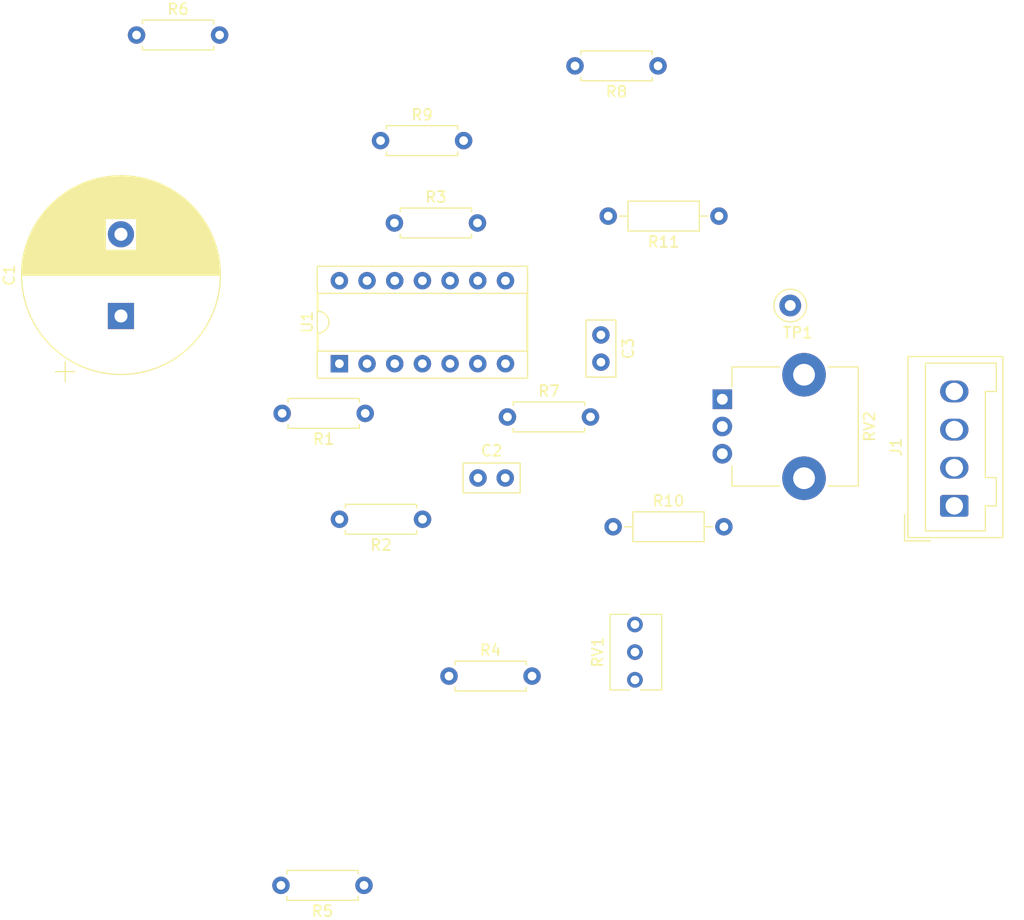
<source format=kicad_pcb>
(kicad_pcb (version 20240108) (generator "pcbnew") (generator_version "8.0")
  (layers (0 "F.Cu" signal) (31 "B.Cu" signal) (34 "B.Paste" user) (35 "F.Paste" user) (36 "B.SilkS" user "B.Silkscreen") (37 "F.SilkS" user "F.Silkscreen") (38 "B.Mask" user) (39 "F.Mask" user) (44 "Edge.Cuts" user))
  (net 0 "")
  (net 1 "+36V")
  (net 2 "GND")
  (net 3 "Net-(U1B--)")
  (net 4 "Net-(U1C--)")
  (net 5 "Net-(U1D-+)")
  (net 6 "Net-(U1B-+)")
  (net 7 "Net-(R4-Pad2)")
  (net 8 "/Virtual Ground")
  (net 9 "Net-(U1C-+)")
  (net 10 "Net-(U1A--)")
  (net 11 "/V_ground")
  (net 12 "Net-(U1D--)")
  (net 13 "Net-(U1A-+)")
  (net 14 "Net-(R7-Pad2)")
  (net 15 "Net-(R10-Pad2)")
  (net 16 "Net-(R11-Pad1)")
  (net 17 "Net-(J1-Pin_2)")
  (footprint "TestPoint:TestPoint_Loop_D2.50mm_Drill1.0mm" (layer "F.Cu") (at 116.33 59.1)
    (property "Reference" "TP1" (at 0.7 2.5 0) (layer "F.SilkS"))
    (property "Value" "TestPoint_Flag")
    (fp_circle (center 0 0) (end 1.5 0) (stroke (width 0.12)) (fill none) (layer "F.SilkS"))
    (pad "1" thru_hole circle (at 0 0) (size 2 2) (drill 1) (layers "*.Cu" "*.Mask") (net 8 "/Virtual Ground"))
  )
  (footprint "Resistor_THT:R_Axial_DIN0207_L6.3mm_D2.5mm_P7.62mm_Horizontal" (layer "F.Cu") (at 80.01 51.52)
    (property "Reference" "R3" (at 3.81 -2.37 0) (layer "F.SilkS"))
    (property "Value" "1K")
    (fp_line (start 0.54 -1.37) (end 7.08 -1.37) (stroke (width 0.12)) (layer "F.SilkS"))
    (fp_line (start 0.54 -1.04) (end 0.54 -1.37) (stroke (width 0.12)) (layer "F.SilkS"))
    (fp_line (start 0.54 1.04) (end 0.54 1.37) (stroke (width 0.12)) (layer "F.SilkS"))
    (fp_line (start 0.54 1.37) (end 7.08 1.37) (stroke (width 0.12)) (layer "F.SilkS"))
    (fp_line (start 7.08 -1.37) (end 7.08 -1.04) (stroke (width 0.12)) (layer "F.SilkS"))
    (fp_line (start 7.08 1.37) (end 7.08 1.04) (stroke (width 0.12)) (layer "F.SilkS"))
    (pad "1" thru_hole circle (at 0 0) (size 1.6 1.6) (drill 0.8) (layers "*.Cu" "*.Mask") (net 13 "Net-(U1A-+)"))
    (pad "2" thru_hole oval (at 7.62 0) (size 1.6 1.6) (drill 0.8) (layers "*.Cu" "*.Mask") (net 2 "GND"))
  )
  (footprint "Potentiometer_THT:Potentiometer_Bourns_3266Y_Vertical" (layer "F.Cu") (at 102.08 88.38 90)
    (property "Reference" "RV1" (at -2.54 -3.41 -90) (layer "F.SilkS"))
    (property "Value" "1K")
    (fp_line (start 0.935 -2.28) (end 0.935 -0.494) (stroke (width 0.12)) (layer "F.SilkS"))
    (fp_line (start -6.015 -2.28) (end 0.935 -2.28) (stroke (width 0.12)) (layer "F.SilkS"))
    (fp_line (start -6.015 -2.28) (end -6.015 -0.494) (stroke (width 0.12)) (layer "F.SilkS"))
    (fp_line (start 0.935 0.496) (end 0.935 2.46) (stroke (width 0.12)) (layer "F.SilkS"))
    (fp_line (start -6.015 0.496) (end -6.015 2.46) (stroke (width 0.12)) (layer "F.SilkS"))
    (fp_line (start -6.015 2.46) (end 0.935 2.46) (stroke (width 0.12)) (layer "F.SilkS"))
    (pad "1" thru_hole circle (at 0 0 90) (size 1.44 1.44) (drill 0.8) (layers "*.Cu" "*.Mask") (net 9 "Net-(U1C-+)"))
    (pad "2" thru_hole circle (at -2.54 0 90) (size 1.44 1.44) (drill 0.8) (layers "*.Cu" "*.Mask") (net 8 "/Virtual Ground"))
    (pad "3" thru_hole circle (at -5.08 0 90) (size 1.44 1.44) (drill 0.8) (layers "*.Cu" "*.Mask") (net 8 "/Virtual Ground"))
  )
  (footprint "Potentiometer_THT:Potentiometer_TT_P0915N" (layer "F.Cu") (at 110.095 67.705 -90)
    (property "Reference" "RV2" (at 2.5 -13.5 90) (layer "F.SilkS"))
    (property "Value" "1K")
    (fp_line (start -1.15 -0.88) (end -2.97 -0.88) (stroke (width 0.12)) (layer "F.SilkS"))
    (fp_line (start 7.97 -0.88) (end 6.15 -0.88) (stroke (width 0.12)) (layer "F.SilkS"))
    (fp_line (start -2.97 -5.25) (end -2.97 -0.88) (stroke (width 0.12)) (layer "F.SilkS"))
    (fp_line (start 7.97 -5.25) (end 7.97 -0.88) (stroke (width 0.12)) (layer "F.SilkS"))
    (fp_line (start -2.97 -12.47) (end -2.97 -9.75) (stroke (width 0.12)) (layer "F.SilkS"))
    (fp_line (start 7.97 -12.47) (end 7.97 -9.75) (stroke (width 0.12)) (layer "F.SilkS"))
    (fp_line (start 7.97 -12.47) (end -2.97 -12.47) (stroke (width 0.12)) (layer "F.SilkS"))
    (pad "" thru_hole oval (at -2.25 -7.5 270) (size 4 4) (drill 2) (layers "*.Cu" "*.Mask"))
    (pad "" thru_hole oval (at 7.25 -7.5 270) (size 4 4) (drill 2) (layers "*.Cu" "*.Mask"))
    (pad "1" thru_hole rect (at 0 0 270) (size 1.8 1.8) (drill 1) (layers "*.Cu" "*.Mask") (net 16 "Net-(R11-Pad1)"))
    (pad "2" thru_hole circle (at 2.5 0 270) (size 1.8 1.8) (drill 1) (layers "*.Cu" "*.Mask") (net 12 "Net-(U1D--)"))
    (pad "3" thru_hole circle (at 5 0 270) (size 1.8 1.8) (drill 1) (layers "*.Cu" "*.Mask") (net 15 "Net-(R10-Pad2)"))
  )
  (footprint "Capacitor_THT:C_Disc_D5.0mm_W2.5mm_P2.50mm" (layer "F.Cu") (at 98.96 61.8 -90)
    (property "Reference" "C3" (at 1.25 -2.5 90) (layer "F.SilkS"))
    (property "Value" "1nF")
    (fp_line (start -1.37 1.37) (end 3.87 1.37) (stroke (width 0.12)) (layer "F.SilkS"))
    (fp_line (start -1.37 -1.37) (end -1.37 1.37) (stroke (width 0.12)) (layer "F.SilkS"))
    (fp_line (start -1.37 -1.37) (end 3.87 -1.37) (stroke (width 0.12)) (layer "F.SilkS"))
    (fp_line (start 3.87 -1.37) (end 3.87 1.37) (stroke (width 0.12)) (layer "F.SilkS"))
    (pad "1" thru_hole circle (at 0 0 270) (size 1.6 1.6) (drill 0.8) (layers "*.Cu" "*.Mask") (net 4 "Net-(U1C--)"))
    (pad "2" thru_hole circle (at 2.5 0 270) (size 1.6 1.6) (drill 0.8) (layers "*.Cu" "*.Mask") (net 5 "Net-(U1D-+)"))
  )
  (footprint "Resistor_THT:R_Axial_DIN0207_L6.3mm_D2.5mm_P10.16mm_Horizontal" (layer "F.Cu") (at 100.08 79.41)
    (property "Reference" "R10" (at 5.08 -2.37 0) (layer "F.SilkS"))
    (property "Value" "100R")
    (fp_line (start 1.04 0) (end 1.81 0) (stroke (width 0.12)) (layer "F.SilkS"))
    (fp_line (start 1.81 -1.37) (end 1.81 1.37) (stroke (width 0.12)) (layer "F.SilkS"))
    (fp_line (start 1.81 1.37) (end 8.35 1.37) (stroke (width 0.12)) (layer "F.SilkS"))
    (fp_line (start 8.35 -1.37) (end 1.81 -1.37) (stroke (width 0.12)) (layer "F.SilkS"))
    (fp_line (start 8.35 1.37) (end 8.35 -1.37) (stroke (width 0.12)) (layer "F.SilkS"))
    (fp_line (start 9.12 0) (end 8.35 0) (stroke (width 0.12)) (layer "F.SilkS"))
    (pad "1" thru_hole circle (at 0 0) (size 1.6 1.6) (drill 0.8) (layers "*.Cu" "*.Mask") (net 1 "+36V"))
    (pad "2" thru_hole oval (at 10.16 0) (size 1.6 1.6) (drill 0.8) (layers "*.Cu" "*.Mask") (net 15 "Net-(R10-Pad2)"))
  )
  (footprint "Resistor_THT:R_Axial_DIN0207_L6.3mm_D2.5mm_P7.62mm_Horizontal" (layer "F.Cu") (at 85.02 93.12)
    (property "Reference" "R4" (at 3.81 -2.37 0) (layer "F.SilkS"))
    (property "Value" "4K7")
    (fp_line (start 0.54 -1.37) (end 7.08 -1.37) (stroke (width 0.12)) (layer "F.SilkS"))
    (fp_line (start 0.54 -1.04) (end 0.54 -1.37) (stroke (width 0.12)) (layer "F.SilkS"))
    (fp_line (start 0.54 1.04) (end 0.54 1.37) (stroke (width 0.12)) (layer "F.SilkS"))
    (fp_line (start 0.54 1.37) (end 7.08 1.37) (stroke (width 0.12)) (layer "F.SilkS"))
    (fp_line (start 7.08 -1.37) (end 7.08 -1.04) (stroke (width 0.12)) (layer "F.SilkS"))
    (fp_line (start 7.08 1.37) (end 7.08 1.04) (stroke (width 0.12)) (layer "F.SilkS"))
    (pad "1" thru_hole circle (at 0 0) (size 1.6 1.6) (drill 0.8) (layers "*.Cu" "*.Mask") (net 6 "Net-(U1B-+)"))
    (pad "2" thru_hole oval (at 7.62 0) (size 1.6 1.6) (drill 0.8) (layers "*.Cu" "*.Mask") (net 7 "Net-(R4-Pad2)"))
  )
  (footprint "Resistor_THT:R_Axial_DIN0207_L6.3mm_D2.5mm_P7.62mm_Horizontal" (layer "F.Cu") (at 78.74 43.96)
    (property "Reference" "R9" (at 3.81 -2.37 0) (layer "F.SilkS"))
    (property "Value" "18K")
    (fp_line (start 0.54 -1.37) (end 7.08 -1.37) (stroke (width 0.12)) (layer "F.SilkS"))
    (fp_line (start 0.54 -1.04) (end 0.54 -1.37) (stroke (width 0.12)) (layer "F.SilkS"))
    (fp_line (start 0.54 1.04) (end 0.54 1.37) (stroke (width 0.12)) (layer "F.SilkS"))
    (fp_line (start 0.54 1.37) (end 7.08 1.37) (stroke (width 0.12)) (layer "F.SilkS"))
    (fp_line (start 7.08 -1.37) (end 7.08 -1.04) (stroke (width 0.12)) (layer "F.SilkS"))
    (fp_line (start 7.08 1.37) (end 7.08 1.04) (stroke (width 0.12)) (layer "F.SilkS"))
    (pad "1" thru_hole circle (at 0 0) (size 1.6 1.6) (drill 0.8) (layers "*.Cu" "*.Mask") (net 1 "+36V"))
    (pad "2" thru_hole oval (at 7.62 0) (size 1.6 1.6) (drill 0.8) (layers "*.Cu" "*.Mask") (net 9 "Net-(U1C-+)"))
  )
  (footprint "Resistor_THT:R_Axial_DIN0207_L6.3mm_D2.5mm_P7.62mm_Horizontal" (layer "F.Cu") (at 56.35 34.27)
    (property "Reference" "R6" (at 3.81 -2.37 0) (layer "F.SilkS"))
    (property "Value" "2K7")
    (fp_line (start 0.54 -1.37) (end 7.08 -1.37) (stroke (width 0.12)) (layer "F.SilkS"))
    (fp_line (start 0.54 -1.04) (end 0.54 -1.37) (stroke (width 0.12)) (layer "F.SilkS"))
    (fp_line (start 0.54 1.04) (end 0.54 1.37) (stroke (width 0.12)) (layer "F.SilkS"))
    (fp_line (start 0.54 1.37) (end 7.08 1.37) (stroke (width 0.12)) (layer "F.SilkS"))
    (fp_line (start 7.08 -1.37) (end 7.08 -1.04) (stroke (width 0.12)) (layer "F.SilkS"))
    (fp_line (start 7.08 1.37) (end 7.08 1.04) (stroke (width 0.12)) (layer "F.SilkS"))
    (pad "1" thru_hole circle (at 0 0) (size 1.6 1.6) (drill 0.8) (layers "*.Cu" "*.Mask") (net 3 "Net-(U1B--)"))
    (pad "2" thru_hole oval (at 7.62 0) (size 1.6 1.6) (drill 0.8) (layers "*.Cu" "*.Mask") (net 7 "Net-(R4-Pad2)"))
  )
  (footprint "Capacitor_THT:CP_Radial_D18.0mm_P7.50mm" (layer "F.Cu") (at 54.92 60.06 90)
    (property "Reference" "C1" (at 3.75 -10.25 -90) (layer "F.SilkS"))
    (property "Value" "C_Polarized")
    (fp_line (start 3.75 -9.081) (end 3.75 9.081) (stroke (width 0.12)) (layer "F.SilkS"))
    (fp_line (start 3.87 -9.08) (end 3.87 9.08) (stroke (width 0.12)) (layer "F.SilkS"))
    (fp_line (start 3.83 -9.08) (end 3.83 9.08) (stroke (width 0.12)) (layer "F.SilkS"))
    (fp_line (start 3.79 -9.08) (end 3.79 9.08) (stroke (width 0.12)) (layer "F.SilkS"))
    (fp_line (start 3.91 -9.079) (end 3.91 9.079) (stroke (width 0.12)) (layer "F.SilkS"))
    (fp_line (start 3.95 -9.078) (end 3.95 9.078) (stroke (width 0.12)) (layer "F.SilkS"))
    (fp_line (start 3.99 -9.077) (end 3.99 9.077) (stroke (width 0.12)) (layer "F.SilkS"))
    (fp_line (start 4.03 -9.076) (end 4.03 9.076) (stroke (width 0.12)) (layer "F.SilkS"))
    (fp_line (start 4.07 -9.075) (end 4.07 9.075) (stroke (width 0.12)) (layer "F.SilkS"))
    (fp_line (start 4.11 -9.073) (end 4.11 9.073) (stroke (width 0.12)) (layer "F.SilkS"))
    (fp_line (start 4.15 -9.072) (end 4.15 9.072) (stroke (width 0.12)) (layer "F.SilkS"))
    (fp_line (start 4.19 -9.07) (end 4.19 9.07) (stroke (width 0.12)) (layer "F.SilkS"))
    (fp_line (start 4.23 -9.068) (end 4.23 9.068) (stroke (width 0.12)) (layer "F.SilkS"))
    (fp_line (start 4.27 -9.066) (end 4.27 9.066) (stroke (width 0.12)) (layer "F.SilkS"))
    (fp_line (start 4.31 -9.063) (end 4.31 9.063) (stroke (width 0.12)) (layer "F.SilkS"))
    (fp_line (start 4.35 -9.061) (end 4.35 9.061) (stroke (width 0.12)) (layer "F.SilkS"))
    (fp_line (start 4.39 -9.058) (end 4.39 9.058) (stroke (width 0.12)) (layer "F.SilkS"))
    (fp_line (start 4.43 -9.055) (end 4.43 9.055) (stroke (width 0.12)) (layer "F.SilkS"))
    (fp_line (start 4.471 -9.052) (end 4.471 9.052) (stroke (width 0.12)) (layer "F.SilkS"))
    (fp_line (start 4.511 -9.049) (end 4.511 9.049) (stroke (width 0.12)) (layer "F.SilkS"))
    (fp_line (start 4.551 -9.045) (end 4.551 9.045) (stroke (width 0.12)) (layer "F.SilkS"))
    (fp_line (start 4.591 -9.042) (end 4.591 9.042) (stroke (width 0.12)) (layer "F.SilkS"))
    (fp_line (start 4.631 -9.038) (end 4.631 9.038) (stroke (width 0.12)) (layer "F.SilkS"))
    (fp_line (start 4.671 -9.034) (end 4.671 9.034) (stroke (width 0.12)) (layer "F.SilkS"))
    (fp_line (start 4.711 -9.03) (end 4.711 9.03) (stroke (width 0.12)) (layer "F.SilkS"))
    (fp_line (start 4.751 -9.026) (end 4.751 9.026) (stroke (width 0.12)) (layer "F.SilkS"))
    (fp_line (start 4.791 -9.021) (end 4.791 9.021) (stroke (width 0.12)) (layer "F.SilkS"))
    (fp_line (start 4.831 -9.016) (end 4.831 9.016) (stroke (width 0.12)) (layer "F.SilkS"))
    (fp_line (start 4.871 -9.011) (end 4.871 9.011) (stroke (width 0.12)) (layer "F.SilkS"))
    (fp_line (start 4.911 -9.006) (end 4.911 9.006) (stroke (width 0.12)) (layer "F.SilkS"))
    (fp_line (start 4.951 -9.001) (end 4.951 9.001) (stroke (width 0.12)) (layer "F.SilkS"))
    (fp_line (start 4.991 -8.996) (end 4.991 8.996) (stroke (width 0.12)) (layer "F.SilkS"))
    (fp_line (start 5.031 -8.99) (end 5.031 8.99) (stroke (width 0.12)) (layer "F.SilkS"))
    (fp_line (start 5.071 -8.984) (end 5.071 8.984) (stroke (width 0.12)) (layer "F.SilkS"))
    (fp_line (start 5.111 -8.979) (end 5.111 8.979) (stroke (width 0.12)) (layer "F.SilkS"))
    (fp_line (start 5.151 -8.972) (end 5.151 8.972) (stroke (width 0.12)) (layer "F.SilkS"))
    (fp_line (start 5.191 -8.966) (end 5.191 8.966) (stroke (width 0.12)) (layer "F.SilkS"))
    (fp_line (start 5.231 -8.96) (end 5.231 8.96) (stroke (width 0.12)) (layer "F.SilkS"))
    (fp_line (start 5.271 -8.953) (end 5.271 8.953) (stroke (width 0.12)) (layer "F.SilkS"))
    (fp_line (start 5.311 -8.946) (end 5.311 8.946) (stroke (width 0.12)) (layer "F.SilkS"))
    (fp_line (start 5.351 -8.939) (end 5.351 8.939) (stroke (width 0.12)) (layer "F.SilkS"))
    (fp_line (start 5.391 -8.932) (end 5.391 8.932) (stroke (width 0.12)) (layer "F.SilkS"))
    (fp_line (start 5.431 -8.924) (end 5.431 8.924) (stroke (width 0.12)) (layer "F.SilkS"))
    (fp_line (start 5.471 -8.917) (end 5.471 8.917) (stroke (width 0.12)) (layer "F.SilkS"))
    (fp_line (start 5.511 -8.909) (end 5.511 8.909) (stroke (width 0.12)) (layer "F.SilkS"))
    (fp_line (start 5.551 -8.901) (end 5.551 8.901) (stroke (width 0.12)) (layer "F.SilkS"))
    (fp_line (start 5.591 -8.893) (end 5.591 8.893) (stroke (width 0.12)) (layer "F.SilkS"))
    (fp_line (start 5.631 -8.885) (end 5.631 8.885) (stroke (width 0.12)) (layer "F.SilkS"))
    (fp_line (start 5.671 -8.876) (end 5.671 8.876) (stroke (width 0.12)) (layer "F.SilkS"))
    (fp_line (start 5.711 -8.867) (end 5.711 8.867) (stroke (width 0.12)) (layer "F.SilkS"))
    (fp_line (start 5.751 -8.858) (end 5.751 8.858) (stroke (width 0.12)) (layer "F.SilkS"))
    (fp_line (start 5.791 -8.849) (end 5.791 8.849) (stroke (width 0.12)) (layer "F.SilkS"))
    (fp_line (start 5.831 -8.84) (end 5.831 8.84) (stroke (width 0.12)) (layer "F.SilkS"))
    (fp_line (start 5.871 -8.831) (end 5.871 8.831) (stroke (width 0.12)) (layer "F.SilkS"))
    (fp_line (start 5.911 -8.821) (end 5.911 8.821) (stroke (width 0.12)) (layer "F.SilkS"))
    (fp_line (start 5.951 -8.811) (end 5.951 8.811) (stroke (width 0.12)) (layer "F.SilkS"))
    (fp_line (start 5.991 -8.801) (end 5.991 8.801) (stroke (width 0.12)) (layer "F.SilkS"))
    (fp_line (start 6.031 -8.791) (end 6.031 8.791) (stroke (width 0.12)) (layer "F.SilkS"))
    (fp_line (start 6.071 -8.78) (end 6.071 -1.44) (stroke (width 0.12)) (layer "F.SilkS"))
    (fp_line (start 6.111 -8.77) (end 6.111 -1.44) (stroke (width 0.12)) (layer "F.SilkS"))
    (fp_line (start 6.151 -8.759) (end 6.151 -1.44) (stroke (width 0.12)) (layer "F.SilkS"))
    (fp_line (start 6.191 -8.748) (end 6.191 -1.44) (stroke (width 0.12)) (layer "F.SilkS"))
    (fp_line (start 6.231 -8.737) (end 6.231 -1.44) (stroke (width 0.12)) (layer "F.SilkS"))
    (fp_line (start 6.271 -8.725) (end 6.271 -1.44) (stroke (width 0.12)) (layer "F.SilkS"))
    (fp_line (start 6.311 -8.714) (end 6.311 -1.44) (stroke (width 0.12)) (layer "F.SilkS"))
    (fp_line (start 6.351 -8.702) (end 6.351 -1.44) (stroke (width 0.12)) (layer "F.SilkS"))
    (fp_line (start 6.391 -8.69) (end 6.391 -1.44) (stroke (width 0.12)) (layer "F.SilkS"))
    (fp_line (start 6.431 -8.678) (end 6.431 -1.44) (stroke (width 0.12)) (layer "F.SilkS"))
    (fp_line (start 6.471 -8.665) (end 6.471 -1.44) (stroke (width 0.12)) (layer "F.SilkS"))
    (fp_line (start 6.511 -8.653) (end 6.511 -1.44) (stroke (width 0.12)) (layer "F.SilkS"))
    (fp_line (start 6.551 -8.64) (end 6.551 -1.44) (stroke (width 0.12)) (layer "F.SilkS"))
    (fp_line (start 6.591 -8.627) (end 6.591 -1.44) (stroke (width 0.12)) (layer "F.SilkS"))
    (fp_line (start 6.631 -8.614) (end 6.631 -1.44) (stroke (width 0.12)) (layer "F.SilkS"))
    (fp_line (start 6.671 -8.6) (end 6.671 -1.44) (stroke (width 0.12)) (layer "F.SilkS"))
    (fp_line (start 6.711 -8.587) (end 6.711 -1.44) (stroke (width 0.12)) (layer "F.SilkS"))
    (fp_line (start 6.751 -8.573) (end 6.751 -1.44) (stroke (width 0.12)) (layer "F.SilkS"))
    (fp_line (start 6.791 -8.559) (end 6.791 -1.44) (stroke (width 0.12)) (layer "F.SilkS"))
    (fp_line (start 6.831 -8.545) (end 6.831 -1.44) (stroke (width 0.12)) (layer "F.SilkS"))
    (fp_line (start 6.871 -8.53) (end 6.871 -1.44) (stroke (width 0.12)) (layer "F.SilkS"))
    (fp_line (start 6.911 -8.516) (end 6.911 -1.44) (stroke (width 0.12)) (layer "F.SilkS"))
    (fp_line (start 6.951 -8.501) (end 6.951 -1.44) (stroke (width 0.12)) (layer "F.SilkS"))
    (fp_line (start 6.991 -8.486) (end 6.991 -1.44) (stroke (width 0.12)) (layer "F.SilkS"))
    (fp_line (start 7.031 -8.47) (end 7.031 -1.44) (stroke (width 0.12)) (layer "F.SilkS"))
    (fp_line (start 7.071 -8.455) (end 7.071 -1.44) (stroke (width 0.12)) (layer "F.SilkS"))
    (fp_line (start 7.111 -8.439) (end 7.111 -1.44) (stroke (width 0.12)) (layer "F.SilkS"))
    (fp_line (start 7.151 -8.423) (end 7.151 -1.44) (stroke (width 0.12)) (layer "F.SilkS"))
    (fp_line (start 7.191 -8.407) (end 7.191 -1.44) (stroke (width 0.12)) (layer "F.SilkS"))
    (fp_line (start 7.231 -8.39) (end 7.231 -1.44) (stroke (width 0.12)) (layer "F.SilkS"))
    (fp_line (start 7.271 -8.374) (end 7.271 -1.44) (stroke (width 0.12)) (layer "F.SilkS"))
    (fp_line (start 7.311 -8.357) (end 7.311 -1.44) (stroke (width 0.12)) (layer "F.SilkS"))
    (fp_line (start 7.351 -8.34) (end 7.351 -1.44) (stroke (width 0.12)) (layer "F.SilkS"))
    (fp_line (start 7.391 -8.323) (end 7.391 -1.44) (stroke (width 0.12)) (layer "F.SilkS"))
    (fp_line (start 7.431 -8.305) (end 7.431 -1.44) (stroke (width 0.12)) (layer "F.SilkS"))
    (fp_line (start 7.471 -8.287) (end 7.471 -1.44) (stroke (width 0.12)) (layer "F.SilkS"))
    (fp_line (start 7.511 -8.269) (end 7.511 -1.44) (stroke (width 0.12)) (layer "F.SilkS"))
    (fp_line (start 7.551 -8.251) (end 7.551 -1.44) (stroke (width 0.12)) (layer "F.SilkS"))
    (fp_line (start 7.591 -8.233) (end 7.591 -1.44) (stroke (width 0.12)) (layer "F.SilkS"))
    (fp_line (start 7.631 -8.214) (end 7.631 -1.44) (stroke (width 0.12)) (layer "F.SilkS"))
    (fp_line (start 7.671 -8.195) (end 7.671 -1.44) (stroke (width 0.12)) (layer "F.SilkS"))
    (fp_line (start 7.711 -8.176) (end 7.711 -1.44) (stroke (width 0.12)) (layer "F.SilkS"))
    (fp_line (start 7.751 -8.156) (end 7.751 -1.44) (stroke (width 0.12)) (layer "F.SilkS"))
    (fp_line (start 7.791 -8.137) (end 7.791 -1.44) (stroke (width 0.12)) (layer "F.SilkS"))
    (fp_line (start 7.831 -8.117) (end 7.831 -1.44) (stroke (width 0.12)) (layer "F.SilkS"))
    (fp_line (start 7.871 -8.097) (end 7.871 -1.44) (stroke (width 0.12)) (layer "F.SilkS"))
    (fp_line (start 7.911 -8.076) (end 7.911 -1.44) (stroke (width 0.12)) (layer "F.SilkS"))
    (fp_line (start 7.951 -8.056) (end 7.951 -1.44) (stroke (width 0.12)) (layer "F.SilkS"))
    (fp_line (start 7.991 -8.035) (end 7.991 -1.44) (stroke (width 0.12)) (layer "F.SilkS"))
    (fp_line (start 8.031 -8.014) (end 8.031 -1.44) (stroke (width 0.12)) (layer "F.SilkS"))
    (fp_line (start 8.071 -7.992) (end 8.071 -1.44) (stroke (width 0.12)) (layer "F.SilkS"))
    (fp_line (start 8.111 -7.971) (end 8.111 -1.44) (stroke (width 0.12)) (layer "F.SilkS"))
    (fp_line (start 8.151 -7.949) (end 8.151 -1.44) (stroke (width 0.12)) (layer "F.SilkS"))
    (fp_line (start 8.191 -7.927) (end 8.191 -1.44) (stroke (width 0.12)) (layer "F.SilkS"))
    (fp_line (start 8.231 -7.904) (end 8.231 -1.44) (stroke (width 0.12)) (layer "F.SilkS"))
    (fp_line (start 8.271 -7.882) (end 8.271 -1.44) (stroke (width 0.12)) (layer "F.SilkS"))
    (fp_line (start 8.311 -7.859) (end 8.311 -1.44) (stroke (width 0.12)) (layer "F.SilkS"))
    (fp_line (start 8.351 -7.835) (end 8.351 -1.44) (stroke (width 0.12)) (layer "F.SilkS"))
    (fp_line (start 8.391 -7.812) (end 8.391 -1.44) (stroke (width 0.12)) (layer "F.SilkS"))
    (fp_line (start 8.431 -7.788) (end 8.431 -1.44) (stroke (width 0.12)) (layer "F.SilkS"))
    (fp_line (start 8.471 -7.764) (end 8.471 -1.44) (stroke (width 0.12)) (layer "F.SilkS"))
    (fp_line (start 8.511 -7.74) (end 8.511 -1.44) (stroke (width 0.12)) (layer "F.SilkS"))
    (fp_line (start 8.551 -7.715) (end 8.551 -1.44) (stroke (width 0.12)) (layer "F.SilkS"))
    (fp_line (start 8.591 -7.69) (end 8.591 -1.44) (stroke (width 0.12)) (layer "F.SilkS"))
    (fp_line (start 8.631 -7.665) (end 8.631 -1.44) (stroke (width 0.12)) (layer "F.SilkS"))
    (fp_line (start 8.671 -7.64) (end 8.671 -1.44) (stroke (width 0.12)) (layer "F.SilkS"))
    (fp_line (start 8.711 -7.614) (end 8.711 -1.44) (stroke (width 0.12)) (layer "F.SilkS"))
    (fp_line (start 8.751 -7.588) (end 8.751 -1.44) (stroke (width 0.12)) (layer "F.SilkS"))
    (fp_line (start 8.791 -7.561) (end 8.791 -1.44) (stroke (width 0.12)) (layer "F.SilkS"))
    (fp_line (start 8.831 -7.535) (end 8.831 -1.44) (stroke (width 0.12)) (layer "F.SilkS"))
    (fp_line (start 8.871 -7.508) (end 8.871 -1.44) (stroke (width 0.12)) (layer "F.SilkS"))
    (fp_line (start 8.911 -7.48) (end 8.911 -1.44) (stroke (width 0.12)) (layer "F.SilkS"))
    (fp_line (start 8.951 -7.453) (end 8.951 7.453) (stroke (width 0.12)) (layer "F.SilkS"))
    (fp_line (start 8.991 -7.425) (end 8.991 7.425) (stroke (width 0.12)) (layer "F.SilkS"))
    (fp_line (start 9.031 -7.397) (end 9.031 7.397) (stroke (width 0.12)) (layer "F.SilkS"))
    (fp_line (start 9.071 -7.368) (end 9.071 7.368) (stroke (width 0.12)) (layer "F.SilkS"))
    (fp_line (start 9.111 -7.339) (end 9.111 7.339) (stroke (width 0.12)) (layer "F.SilkS"))
    (fp_line (start 9.151 -7.31) (end 9.151 7.31) (stroke (width 0.12)) (layer "F.SilkS"))
    (fp_line (start 9.191 -7.28) (end 9.191 7.28) (stroke (width 0.12)) (layer "F.SilkS"))
    (fp_line (start 9.231 -7.25) (end 9.231 7.25) (stroke (width 0.12)) (layer "F.SilkS"))
    (fp_line (start 9.271 -7.22) (end 9.271 7.22) (stroke (width 0.12)) (layer "F.SilkS"))
    (fp_line (start 9.311 -7.19) (end 9.311 7.19) (stroke (width 0.12)) (layer "F.SilkS"))
    (fp_line (start 9.351 -7.159) (end 9.351 7.159) (stroke (width 0.12)) (layer "F.SilkS"))
    (fp_line (start 9.391 -7.127) (end 9.391 7.127) (stroke (width 0.12)) (layer "F.SilkS"))
    (fp_line (start 9.431 -7.096) (end 9.431 7.096) (stroke (width 0.12)) (layer "F.SilkS"))
    (fp_line (start 9.471 -7.064) (end 9.471 7.064) (stroke (width 0.12)) (layer "F.SilkS"))
    (fp_line (start 9.511 -7.031) (end 9.511 7.031) (stroke (width 0.12)) (layer "F.SilkS"))
    (fp_line (start 9.551 -6.999) (end 9.551 6.999) (stroke (width 0.12)) (layer "F.SilkS"))
    (fp_line (start 9.591 -6.965) (end 9.591 6.965) (stroke (width 0.12)) (layer "F.SilkS"))
    (fp_line (start 9.631 -6.932) (end 9.631 6.932) (stroke (width 0.12)) (layer "F.SilkS"))
    (fp_line (start 9.671 -6.898) (end 9.671 6.898) (stroke (width 0.12)) (layer "F.SilkS"))
    (fp_line (start 9.711 -6.864) (end 9.711 6.864) (stroke (width 0.12)) (layer "F.SilkS"))
    (fp_line (start 9.751 -6.829) (end 9.751 6.829) (stroke (width 0.12)) (layer "F.SilkS"))
    (fp_line (start 9.791 -6.794) (end 9.791 6.794) (stroke (width 0.12)) (layer "F.SilkS"))
    (fp_line (start 9.831 -6.758) (end 9.831 6.758) (stroke (width 0.12)) (layer "F.SilkS"))
    (fp_line (start 9.871 -6.722) (end 9.871 6.722) (stroke (width 0.12)) (layer "F.SilkS"))
    (fp_line (start 9.911 -6.686) (end 9.911 6.686) (stroke (width 0.12)) (layer "F.SilkS"))
    (fp_line (start 9.951 -6.649) (end 9.951 6.649) (stroke (width 0.12)) (layer "F.SilkS"))
    (fp_line (start 9.991 -6.612) (end 9.991 6.612) (stroke (width 0.12)) (layer "F.SilkS"))
    (fp_line (start 10.031 -6.574) (end 10.031 6.574) (stroke (width 0.12)) (layer "F.SilkS"))
    (fp_line (start 10.071 -6.536) (end 10.071 6.536) (stroke (width 0.12)) (layer "F.SilkS"))
    (fp_line (start 10.111 -6.497) (end 10.111 6.497) (stroke (width 0.12)) (layer "F.SilkS"))
    (fp_line (start 10.151 -6.458) (end 10.151 6.458) (stroke (width 0.12)) (layer "F.SilkS"))
    (fp_line (start 10.191 -6.418) (end 10.191 6.418) (stroke (width 0.12)) (layer "F.SilkS"))
    (fp_line (start 10.231 -6.378) (end 10.231 6.378) (stroke (width 0.12)) (layer "F.SilkS"))
    (fp_line (start 10.271 -6.337) (end 10.271 6.337) (stroke (width 0.12)) (layer "F.SilkS"))
    (fp_line (start 10.311 -6.296) (end 10.311 6.296) (stroke (width 0.12)) (layer "F.SilkS"))
    (fp_line (start 10.351 -6.254) (end 10.351 6.254) (stroke (width 0.12)) (layer "F.SilkS"))
    (fp_line (start 10.391 -6.212) (end 10.391 6.212) (stroke (width 0.12)) (layer "F.SilkS"))
    (fp_line (start 10.431 -6.17) (end 10.431 6.17) (stroke (width 0.12)) (layer "F.SilkS"))
    (fp_line (start 10.471 -6.126) (end 10.471 6.126) (stroke (width 0.12)) (layer "F.SilkS"))
    (fp_line (start 10.511 -6.082) (end 10.511 6.082) (stroke (width 0.12)) (layer "F.SilkS"))
    (fp_line (start 10.551 -6.038) (end 10.551 6.038) (stroke (width 0.12)) (layer "F.SilkS"))
    (fp_line (start -5.10944 -6.015) (end -5.10944 -4.215) (stroke (width 0.12)) (layer "F.SilkS"))
    (fp_line (start 10.591 -5.993) (end 10.591 5.993) (stroke (width 0.12)) (layer "F.SilkS"))
    (fp_line (start 10.631 -5.947) (end 10.631 5.947) (stroke (width 0.12)) (layer "F.SilkS"))
    (fp_line (start 10.671 -5.901) (end 10.671 5.901) (stroke (width 0.12)) (layer "F.SilkS"))
    (fp_line (start 10.711 -5.854) (end 10.711 5.854) (stroke (width 0.12)) (layer "F.SilkS"))
    (fp_line (start 10.751 -5.806) (end 10.751 5.806) (stroke (width 0.12)) (layer "F.SilkS"))
    (fp_line (start 10.791 -5.758) (end 10.791 5.758) (stroke (width 0.12)) (layer "F.SilkS"))
    (fp_line (start 10.831 -5.709) (end 10.831 5.709) (stroke (width 0.12)) (layer "F.SilkS"))
    (fp_line (start 10.871 -5.66) (end 10.871 5.66) (stroke (width 0.12)) (layer "F.SilkS"))
    (fp_line (start 10.911 -5.609) (end 10.911 5.609) (stroke (width 0.12)) (layer "F.SilkS"))
    (fp_line (start 10.951 -5.558) (end 10.951 5.558) (stroke (width 0.12)) (layer "F.SilkS"))
    (fp_line (start 10.991 -5.506) (end 10.991 5.506) (stroke (width 0.12)) (layer "F.SilkS"))
    (fp_line (start 11.031 -5.454) (end 11.031 5.454) (stroke (width 0.12)) (layer "F.SilkS"))
    (fp_line (start 11.071 -5.4) (end 11.071 5.4) (stroke (width 0.12)) (layer "F.SilkS"))
    (fp_line (start 11.111 -5.346) (end 11.111 5.346) (stroke (width 0.12)) (layer "F.SilkS"))
    (fp_line (start 11.151 -5.291) (end 11.151 5.291) (stroke (width 0.12)) (layer "F.SilkS"))
    (fp_line (start 11.191 -5.235) (end 11.191 5.235) (stroke (width 0.12)) (layer "F.SilkS"))
    (fp_line (start 11.231 -5.178) (end 11.231 5.178) (stroke (width 0.12)) (layer "F.SilkS"))
    (fp_line (start 11.271 -5.12) (end 11.271 5.12) (stroke (width 0.12)) (layer "F.SilkS"))
    (fp_line (start -6.00944 -5.115) (end -4.20944 -5.115) (stroke (width 0.12)) (layer "F.SilkS"))
    (fp_line (start 11.311 -5.062) (end 11.311 5.062) (stroke (width 0.12)) (layer "F.SilkS"))
    (fp_line (start 11.351 -5.002) (end 11.351 5.002) (stroke (width 0.12)) (layer "F.SilkS"))
    (fp_line (start 11.391 -4.941) (end 11.391 4.941) (stroke (width 0.12)) (layer "F.SilkS"))
    (fp_line (start 11.431 -4.879) (end 11.431 4.879) (stroke (width 0.12)) (layer "F.SilkS"))
    (fp_line (start 11.471 -4.816) (end 11.471 4.816) (stroke (width 0.12)) (layer "F.SilkS"))
    (fp_line (start 11.511 -4.752) (end 11.511 4.752) (stroke (width 0.12)) (layer "F.SilkS"))
    (fp_line (start 11.551 -4.686) (end 11.551 4.686) (stroke (width 0.12)) (layer "F.SilkS"))
    (fp_line (start 11.591 -4.62) (end 11.591 4.62) (stroke (width 0.12)) (layer "F.SilkS"))
    (fp_line (start 11.631 -4.552) (end 11.631 4.552) (stroke (width 0.12)) (layer "F.SilkS"))
    (fp_line (start 11.671 -4.482) (end 11.671 4.482) (stroke (width 0.12)) (layer "F.SilkS"))
    (fp_line (start 11.711 -4.412) (end 11.711 4.412) (stroke (width 0.12)) (layer "F.SilkS"))
    (fp_line (start 11.751 -4.339) (end 11.751 4.339) (stroke (width 0.12)) (layer "F.SilkS"))
    (fp_line (start 11.791 -4.265) (end 11.791 4.265) (stroke (width 0.12)) (layer "F.SilkS"))
    (fp_line (start 11.831 -4.19) (end 11.831 4.19) (stroke (width 0.12)) (layer "F.SilkS"))
    (fp_line (start 11.871 -4.113) (end 11.871 4.113) (stroke (width 0.12)) (layer "F.SilkS"))
    (fp_line (start 11.911 -4.033) (end 11.911 4.033) (stroke (width 0.12)) (layer "F.SilkS"))
    (fp_line (start 11.95 -3.952) (end 11.95 3.952) (stroke (width 0.12)) (layer "F.SilkS"))
    (fp_line (start 11.99 -3.869) (end 11.99 3.869) (stroke (width 0.12)) (layer "F.SilkS"))
    (fp_line (start 12.03 -3.784) (end 12.03 3.784) (stroke (width 0.12)) (layer "F.SilkS"))
    (fp_line (start 12.07 -3.696) (end 12.07 3.696) (stroke (width 0.12)) (layer "F.SilkS"))
    (fp_line (start 12.11 -3.605) (end 12.11 3.605) (stroke (width 0.12)) (layer "F.SilkS"))
    (fp_line (start 12.15 -3.512) (end 12.15 3.512) (stroke (width 0.12)) (layer "F.SilkS"))
    (fp_line (start 12.19 -3.416) (end 12.19 3.416) (stroke (width 0.12)) (layer "F.SilkS"))
    (fp_line (start 12.23 -3.317) (end 12.23 3.317) (stroke (width 0.12)) (layer "F.SilkS"))
    (fp_line (start 12.27 -3.214) (end 12.27 3.214) (stroke (width 0.12)) (layer "F.SilkS"))
    (fp_line (start 12.31 -3.107) (end 12.31 3.107) (stroke (width 0.12)) (layer "F.SilkS"))
    (fp_line (start 12.35 -2.996) (end 12.35 2.996) (stroke (width 0.12)) (layer "F.SilkS"))
    (fp_line (start 12.39 -2.88) (end 12.39 2.88) (stroke (width 0.12)) (layer "F.SilkS"))
    (fp_line (start 12.43 -2.759) (end 12.43 2.759) (stroke (width 0.12)) (layer "F.SilkS"))
    (fp_line (start 12.47 -2.632) (end 12.47 2.632) (stroke (width 0.12)) (layer "F.SilkS"))
    (fp_line (start 12.51 -2.498) (end 12.51 2.498) (stroke (width 0.12)) (layer "F.SilkS"))
    (fp_line (start 12.55 -2.355) (end 12.55 2.355) (stroke (width 0.12)) (layer "F.SilkS"))
    (fp_line (start 12.59 -2.203) (end 12.59 2.203) (stroke (width 0.12)) (layer "F.SilkS"))
    (fp_line (start 12.63 -2.039) (end 12.63 2.039) (stroke (width 0.12)) (layer "F.SilkS"))
    (fp_line (start 12.67 -1.86) (end 12.67 1.86) (stroke (width 0.12)) (layer "F.SilkS"))
    (fp_line (start 12.71 -1.661) (end 12.71 1.661) (stroke (width 0.12)) (layer "F.SilkS"))
    (fp_line (start 12.75 -1.435) (end 12.75 1.435) (stroke (width 0.12)) (layer "F.SilkS"))
    (fp_line (start 12.79 -1.166) (end 12.79 1.166) (stroke (width 0.12)) (layer "F.SilkS"))
    (fp_line (start 12.83 -0.814) (end 12.83 0.814) (stroke (width 0.12)) (layer "F.SilkS"))
    (fp_line (start 12.87 -0.04) (end 12.87 0.04) (stroke (width 0.12)) (layer "F.SilkS"))
    (fp_line (start 8.911 1.44) (end 8.911 7.48) (stroke (width 0.12)) (layer "F.SilkS"))
    (fp_line (start 8.871 1.44) (end 8.871 7.508) (stroke (width 0.12)) (layer "F.SilkS"))
    (fp_line (start 8.831 1.44) (end 8.831 7.535) (stroke (width 0.12)) (layer "F.SilkS"))
    (fp_line (start 8.791 1.44) (end 8.791 7.561) (stroke (width 0.12)) (layer "F.SilkS"))
    (fp_line (start 8.751 1.44) (end 8.751 7.588) (stroke (width 0.12)) (layer "F.SilkS"))
    (fp_line (start 8.711 1.44) (end 8.711 7.614) (stroke (width 0.12)) (layer "F.SilkS"))
    (fp_line (start 8.671 1.44) (end 8.671 7.64) (stroke (width 0.12)) (layer "F.SilkS"))
    (fp_line (start 8.631 1.44) (end 8.631 7.665) (stroke (width 0.12)) (layer "F.SilkS"))
    (fp_line (start 8.591 1.44) (end 8.591 7.69) (stroke (width 0.12)) (layer "F.SilkS"))
    (fp_line (start 8.551 1.44) (end 8.551 7.715) (stroke (width 0.12)) (layer "F.SilkS"))
    (fp_line (start 8.511 1.44) (end 8.511 7.74) (stroke (width 0.12)) (layer "F.SilkS"))
    (fp_line (start 8.471 1.44) (end 8.471 7.764) (stroke (width 0.12)) (layer "F.SilkS"))
    (fp_line (start 8.431 1.44) (end 8.431 7.788) (stroke (width 0.12)) (layer "F.SilkS"))
    (fp_line (start 8.391 1.44) (end 8.391 7.812) (stroke (width 0.12)) (layer "F.SilkS"))
    (fp_line (start 8.351 1.44) (end 8.351 7.835) (stroke (width 0.12)) (layer "F.SilkS"))
    (fp_line (start 8.311 1.44) (end 8.311 7.859) (stroke (width 0.12)) (layer "F.SilkS"))
    (fp_line (start 8.271 1.44) (end 8.271 7.882) (stroke (width 0.12)) (layer "F.SilkS"))
    (fp_line (start 8.231 1.44) (end 8.231 7.904) (stroke (width 0.12)) (layer "F.SilkS"))
    (fp_line (start 8.191 1.44) (end 8.191 7.927) (stroke (width 0.12)) (layer "F.SilkS"))
    (fp_line (start 8.151 1.44) (end 8.151 7.949) (stroke (width 0.12)) (layer "F.SilkS"))
    (fp_line (start 8.111 1.44) (end 8.111 7.971) (stroke (width 0.12)) (layer "F.SilkS"))
    (fp_line (start 8.071 1.44) (end 8.071 7.992) (stroke (width 0.12)) (layer "F.SilkS"))
    (fp_line (start 8.031 1.44) (end 8.031 8.014) (stroke (width 0.12)) (layer "F.SilkS"))
    (fp_line (start 7.991 1.44) (end 7.991 8.035) (stroke (width 0.12)) (layer "F.SilkS"))
    (fp_line (start 7.951 1.44) (end 7.951 8.056) (stroke (width 0.12)) (layer "F.SilkS"))
    (fp_line (start 7.911 1.44) (end 7.911 8.076) (stroke (width 0.12)) (layer "F.SilkS"))
    (fp_line (start 7.871 1.44) (end 7.871 8.097) (stroke (width 0.12)) (layer "F.SilkS"))
    (fp_line (start 7.831 1.44) (end 7.831 8.117) (stroke (width 0.12)) (layer "F.SilkS"))
    (fp_line (start 7.791 1.44) (end 7.791 8.137) (stroke (width 0.12)) (layer "F.SilkS"))
    (fp_line (start 7.751 1.44) (end 7.751 8.156) (stroke (width 0.12)) (layer "F.SilkS"))
    (fp_line (start 7.711 1.44) (end 7.711 8.176) (stroke (width 0.12)) (layer "F.SilkS"))
    (fp_line (start 7.671 1.44) (end 7.671 8.195) (stroke (width 0.12)) (layer "F.SilkS"))
    (fp_line (start 7.631 1.44) (end 7.631 8.214) (stroke (width 0.12)) (layer "F.SilkS"))
    (fp_line (start 7.591 1.44) (end 7.591 8.233) (stroke (width 0.12)) (layer "F.SilkS"))
    (fp_line (start 7.551 1.44) (end 7.551 8.251) (stroke (width 0.12)) (layer "F.SilkS"))
    (fp_line (start 7.511 1.44) (end 7.511 8.269) (stroke (width 0.12)) (layer "F.SilkS"))
    (fp_line (start 7.471 1.44) (end 7.471 8.287) (stroke (width 0.12)) (layer "F.SilkS"))
    (fp_line (start 7.431 1.44) (end 7.431 8.305) (stroke (width 0.12)) (layer "F.SilkS"))
    (fp_line (start 7.391 1.44) (end 7.391 8.323) (stroke (width 0.12)) (layer "F.SilkS"))
    (fp_line (start 7.351 1.44) (end 7.351 8.34) (stroke (width 0.12)) (layer "F.SilkS"))
    (fp_line (start 7.311 1.44) (end 7.311 8.357) (stroke (width 0.12)) (layer "F.SilkS"))
    (fp_line (start 7.271 1.44) (end 7.271 8.374) (stroke (width 0.12)) (layer "F.SilkS"))
    (fp_line (start 7.231 1.44) (end 7.231 8.39) (stroke (width 0.12)) (layer "F.SilkS"))
    (fp_line (start 7.191 1.44) (end 7.191 8.407) (stroke (width 0.12)) (layer "F.SilkS"))
    (fp_line (start 7.151 1.44) (end 7.151 8.423) (stroke (width 0.12)) (layer "F.SilkS"))
    (fp_line (start 7.111 1.44) (end 7.111 8.439) (stroke (width 0.12)) (layer "F.SilkS"))
    (fp_line (start 7.071 1.44) (end 7.071 8.455) (stroke (width 0.12)) (layer "F.SilkS"))
    (fp_line (start 7.031 1.44) (end 7.031 8.47) (stroke (width 0.12)) (layer "F.SilkS"))
    (fp_line (start 6.991 1.44) (end 6.991 8.486) (stroke (width 0.12)) (layer "F.SilkS"))
    (fp_line (start 6.951 1.44) (end 6.951 8.501) (stroke (width 0.12)) (layer "F.SilkS"))
    (fp_line (start 6.911 1.44) (end 6.911 8.516) (stroke (width 0.12)) (layer "F.SilkS"))
    (fp_line (start 6.871 1.44) (end 6.871 8.53) (stroke (width 0.12)) (layer "F.SilkS"))
    (fp_line (start 6.831 1.44) (end 6.831 8.545) (stroke (width 0.12)) (layer "F.SilkS"))
    (fp_line (start 6.791 1.44) (end 6.791 8.559) (stroke (width 0.12)) (layer "F.SilkS"))
    (fp_line (start 6.751 1.44) (end 6.751 8.573) (stroke (width 0.12)) (layer "F.SilkS"))
    (fp_line (start 6.711 1.44) (end 6.711 8.587) (stroke (width 0.12)) (layer "F.SilkS"))
    (fp_line (start 6.671 1.44) (end 6.671 8.6) (stroke (width 0.12)) (layer "F.SilkS"))
    (fp_line (start 6.631 1.44) (end 6.631 8.614) (stroke (width 0.12)) (layer "F.SilkS"))
    (fp_line (start 6.591 1.44) (end 6.591 8.627) (stroke (width 0.12)) (layer "F.SilkS"))
    (fp_line (start 6.551 1.44) (end 6.551 8.64) (stroke (width 0.12)) (layer "F.SilkS"))
    (fp_line (start 6.511 1.44) (end 6.511 8.653) (stroke (width 0.12)) (layer "F.SilkS"))
    (fp_line (start 6.471 1.44) (end 6.471 8.665) (stroke (width 0.12)) (layer "F.SilkS"))
    (fp_line (start 6.431 1.44) (end 6.431 8.678) (stroke (width 0.12)) (layer "F.SilkS"))
    (fp_line (start 6.391 1.44) (end 6.391 8.69) (stroke (width 0.12)) (layer "F.SilkS"))
    (fp_line (start 6.351 1.44) (end 6.351 8.702) (stroke (width 0.12)) (layer "F.SilkS"))
    (fp_line (start 6.311 1.44) (end 6.311 8.714) (stroke (width 0.12)) (layer "F.SilkS"))
    (fp_line (start 6.271 1.44) (end 6.271 8.725) (stroke (width 0.12)) (layer "F.SilkS"))
    (fp_line (start 6.231 1.44) (end 6.231 8.737) (stroke (width 0.12)) (layer "F.SilkS"))
    (fp_line (start 6.191 1.44) (end 6.191 8.748) (stroke (width 0.12)) (layer "F.SilkS"))
    (fp_line (start 6.151 1.44) (end 6.151 8.759) (stroke (width 0.12)) (layer "F.SilkS"))
    (fp_line (start 6.111 1.44) (end 6.111 8.77) (stroke (width 0.12)) (layer "F.SilkS"))
    (fp_line (start 6.071 1.44) (end 6.071 8.78) (stroke (width 0.12)) (layer "F.SilkS"))
    (fp_circle (center 3.75 0) (end 12.87 0) (stroke (width 0.12)) (fill none) (layer "F.SilkS"))
    (pad "1" thru_hole rect (at 0 0 90) (size 2.4 2.4) (drill 1.2) (layers "*.Cu" "*.Mask") (net 1 "+36V"))
    (pad "2" thru_hole circle (at 7.5 0 90) (size 2.4 2.4) (drill 1.2) (layers "*.Cu" "*.Mask") (net 2 "GND"))
  )
  (footprint "Resistor_THT:R_Axial_DIN0207_L6.3mm_D2.5mm_P7.62mm_Horizontal" (layer "F.Cu") (at 90.38 69.33)
    (property "Reference" "R7" (at 3.81 -2.37 0) (layer "F.SilkS"))
    (property "Value" "8K2")
    (fp_line (start 0.54 -1.37) (end 7.08 -1.37) (stroke (width 0.12)) (layer "F.SilkS"))
    (fp_line (start 0.54 -1.04) (end 0.54 -1.37) (stroke (width 0.12)) (layer "F.SilkS"))
    (fp_line (start 0.54 1.04) (end 0.54 1.37) (stroke (width 0.12)) (layer "F.SilkS"))
    (fp_line (start 0.54 1.37) (end 7.08 1.37) (stroke (width 0.12)) (layer "F.SilkS"))
    (fp_line (start 7.08 -1.37) (end 7.08 -1.04) (stroke (width 0.12)) (layer "F.SilkS"))
    (fp_line (start 7.08 1.37) (end 7.08 1.04) (stroke (width 0.12)) (layer "F.SilkS"))
    (pad "1" thru_hole circle (at 0 0) (size 1.6 1.6) (drill 0.8) (layers "*.Cu" "*.Mask") (net 7 "Net-(R4-Pad2)"))
    (pad "2" thru_hole oval (at 7.62 0) (size 1.6 1.6) (drill 0.8) (layers "*.Cu" "*.Mask") (net 14 "Net-(R7-Pad2)"))
  )
  (footprint "Resistor_THT:R_Axial_DIN0207_L6.3mm_D2.5mm_P7.62mm_Horizontal" (layer "F.Cu") (at 104.2 37.1 180)
    (property "Reference" "R8" (at 3.81 -2.37 180) (layer "F.SilkS"))
    (property "Value" "4K7")
    (fp_line (start 7.08 1.37) (end 7.08 1.04) (stroke (width 0.12)) (layer "F.SilkS"))
    (fp_line (start 7.08 -1.37) (end 7.08 -1.04) (stroke (width 0.12)) (layer "F.SilkS"))
    (fp_line (start 0.54 1.37) (end 7.08 1.37) (stroke (width 0.12)) (layer "F.SilkS"))
    (fp_line (start 0.54 1.04) (end 0.54 1.37) (stroke (width 0.12)) (layer "F.SilkS"))
    (fp_line (start 0.54 -1.04) (end 0.54 -1.37) (stroke (width 0.12)) (layer "F.SilkS"))
    (fp_line (start 0.54 -1.37) (end 7.08 -1.37) (stroke (width 0.12)) (layer "F.SilkS"))
    (pad "1" thru_hole circle (at 0 0 180) (size 1.6 1.6) (drill 0.8) (layers "*.Cu" "*.Mask") (net 14 "Net-(R7-Pad2)"))
    (pad "2" thru_hole oval (at 7.62 0 180) (size 1.6 1.6) (drill 0.8) (layers "*.Cu" "*.Mask") (net 4 "Net-(U1C--)"))
  )
  (footprint "Resistor_THT:R_Axial_DIN0207_L6.3mm_D2.5mm_P10.16mm_Horizontal" (layer "F.Cu") (at 109.79 50.89 180)
    (property "Reference" "R11" (at 5.08 -2.37 180) (layer "F.SilkS"))
    (property "Value" "100R")
    (fp_line (start 9.12 0) (end 8.35 0) (stroke (width 0.12)) (layer "F.SilkS"))
    (fp_line (start 8.35 1.37) (end 8.35 -1.37) (stroke (width 0.12)) (layer "F.SilkS"))
    (fp_line (start 8.35 -1.37) (end 1.81 -1.37) (stroke (width 0.12)) (layer "F.SilkS"))
    (fp_line (start 1.81 1.37) (end 8.35 1.37) (stroke (width 0.12)) (layer "F.SilkS"))
    (fp_line (start 1.81 -1.37) (end 1.81 1.37) (stroke (width 0.12)) (layer "F.SilkS"))
    (fp_line (start 1.04 0) (end 1.81 0) (stroke (width 0.12)) (layer "F.SilkS"))
    (pad "1" thru_hole circle (at 0 0 180) (size 1.6 1.6) (drill 0.8) (layers "*.Cu" "*.Mask") (net 16 "Net-(R11-Pad1)"))
    (pad "2" thru_hole oval (at 10.16 0 180) (size 1.6 1.6) (drill 0.8) (layers "*.Cu" "*.Mask") (net 2 "GND"))
  )
  (footprint "Package_DIP:CERDIP-14_W7.62mm_SideBrazed_Socket" (layer "F.Cu") (at 74.96 64.44 90)
    (property "Reference" "U1" (at 3.81 -2.965 90) (layer "F.SilkS"))
    (property "Value" "LM324A")
    (fp_line (start 8.95 -2.025) (end -1.33 -2.025) (stroke (width 0.12)) (layer "F.SilkS"))
    (fp_line (start -1.33 -2.025) (end -1.33 17.265) (stroke (width 0.12)) (layer "F.SilkS"))
    (fp_line (start 6.46 -1.965) (end 4.81 -1.965) (stroke (width 0.12)) (layer "F.SilkS"))
    (fp_line (start 2.81 -1.965) (end 1.16 -1.965) (stroke (width 0.12)) (layer "F.SilkS"))
    (fp_line (start 1.16 -1.965) (end 1.16 17.205) (stroke (width 0.12)) (layer "F.SilkS"))
    (fp_line (start 6.46 17.205) (end 6.46 -1.965) (stroke (width 0.12)) (layer "F.SilkS"))
    (fp_line (start 1.16 17.205) (end 6.46 17.205) (stroke (width 0.12)) (layer "F.SilkS"))
    (fp_line (start 8.95 17.265) (end 8.95 -2.025) (stroke (width 0.12)) (layer "F.SilkS"))
    (fp_line (start -1.33 17.265) (end 8.95 17.265) (stroke (width 0.12)) (layer "F.SilkS"))
    (fp_arc (start 4.81 -1.965) (mid 3.81 -0.965) (end 2.81 -1.965) (stroke (width 0.12)) (layer "F.SilkS"))
    (pad "1" thru_hole rect (at 0 0 90) (size 1.6 1.6) (drill 0.8) (layers "*.Cu" "*.Mask") (net 11 "/V_ground"))
    (pad "2" thru_hole circle (at 0 2.54 90) (size 1.6 1.6) (drill 0.8) (layers "*.Cu" "*.Mask") (net 10 "Net-(U1A--)"))
    (pad "3" thru_hole circle (at 0 5.08 90) (size 1.6 1.6) (drill 0.8) (layers "*.Cu" "*.Mask") (net 13 "Net-(U1A-+)"))
    (pad "4" thru_hole circle (at 0 7.62 90) (size 1.6 1.6) (drill 0.8) (layers "*.Cu" "*.Mask") (net 1 "+36V"))
    (pad "5" thru_hole circle (at 0 10.16 90) (size 1.6 1.6) (drill 0.8) (layers "*.Cu" "*.Mask") (net 6 "Net-(U1B-+)"))
    (pad "6" thru_hole circle (at 0 12.7 90) (size 1.6 1.6) (drill 0.8) (layers "*.Cu" "*.Mask") (net 3 "Net-(U1B--)"))
    (pad "7" thru_hole circle (at 0 15.24 90) (size 1.6 1.6) (drill 0.8) (layers "*.Cu" "*.Mask") (net 7 "Net-(R4-Pad2)"))
    (pad "8" thru_hole circle (at 7.62 15.24 90) (size 1.6 1.6) (drill 0.8) (layers "*.Cu" "*.Mask") (net 5 "Net-(U1D-+)"))
    (pad "9" thru_hole circle (at 7.62 12.7 90) (size 1.6 1.6) (drill 0.8) (layers "*.Cu" "*.Mask") (net 4 "Net-(U1C--)"))
    (pad "10" thru_hole circle (at 7.62 10.16 90) (size 1.6 1.6) (drill 0.8) (layers "*.Cu" "*.Mask") (net 9 "Net-(U1C-+)"))
    (pad "11" thru_hole circle (at 7.62 7.62 90) (size 1.6 1.6) (drill 0.8) (layers "*.Cu" "*.Mask") (net 2 "GND"))
    (pad "12" thru_hole circle (at 7.62 5.08 90) (size 1.6 1.6) (drill 0.8) (layers "*.Cu" "*.Mask") (net 5 "Net-(U1D-+)"))
    (pad "13" thru_hole circle (at 7.62 2.54 90) (size 1.6 1.6) (drill 0.8) (layers "*.Cu" "*.Mask") (net 12 "Net-(U1D--)"))
    (pad "14" thru_hole circle (at 7.62 0 90) (size 1.6 1.6) (drill 0.8) (layers "*.Cu" "*.Mask") (net 17 "Net-(J1-Pin_2)"))
  )
  (footprint "Resistor_THT:R_Axial_DIN0207_L6.3mm_D2.5mm_P7.62mm_Horizontal" (layer "F.Cu") (at 77.22 112.33 180)
    (property "Reference" "R5" (at 3.81 -2.37 180) (layer "F.SilkS"))
    (property "Value" "4K7")
    (fp_line (start 7.08 1.37) (end 7.08 1.04) (stroke (width 0.12)) (layer "F.SilkS"))
    (fp_line (start 7.08 -1.37) (end 7.08 -1.04) (stroke (width 0.12)) (layer "F.SilkS"))
    (fp_line (start 0.54 1.37) (end 7.08 1.37) (stroke (width 0.12)) (layer "F.SilkS"))
    (fp_line (start 0.54 1.04) (end 0.54 1.37) (stroke (width 0.12)) (layer "F.SilkS"))
    (fp_line (start 0.54 -1.04) (end 0.54 -1.37) (stroke (width 0.12)) (layer "F.SilkS"))
    (fp_line (start 0.54 -1.37) (end 7.08 -1.37) (stroke (width 0.12)) (layer "F.SilkS"))
    (pad "1" thru_hole circle (at 0 0 180) (size 1.6 1.6) (drill 0.8) (layers "*.Cu" "*.Mask") (net 6 "Net-(U1B-+)"))
    (pad "2" thru_hole oval (at 7.62 0 180) (size 1.6 1.6) (drill 0.8) (layers "*.Cu" "*.Mask") (net 8 "/Virtual Ground"))
  )
  (footprint "Resistor_THT:R_Axial_DIN0207_L6.3mm_D2.5mm_P7.62mm_Horizontal" (layer "F.Cu") (at 82.59 78.72 180)
    (property "Reference" "R2" (at 3.81 -2.37 180) (layer "F.SilkS"))
    (property "Value" "1K")
    (fp_line (start 7.08 1.37) (end 7.08 1.04) (stroke (width 0.12)) (layer "F.SilkS"))
    (fp_line (start 7.08 -1.37) (end 7.08 -1.04) (stroke (width 0.12)) (layer "F.SilkS"))
    (fp_line (start 0.54 1.37) (end 7.08 1.37) (stroke (width 0.12)) (layer "F.SilkS"))
    (fp_line (start 0.54 1.04) (end 0.54 1.37) (stroke (width 0.12)) (layer "F.SilkS"))
    (fp_line (start 0.54 -1.04) (end 0.54 -1.37) (stroke (width 0.12)) (layer "F.SilkS"))
    (fp_line (start 0.54 -1.37) (end 7.08 -1.37) (stroke (width 0.12)) (layer "F.SilkS"))
    (pad "1" thru_hole circle (at 0 0 180) (size 1.6 1.6) (drill 0.8) (layers "*.Cu" "*.Mask") (net 1 "+36V"))
    (pad "2" thru_hole oval (at 7.62 0 180) (size 1.6 1.6) (drill 0.8) (layers "*.Cu" "*.Mask") (net 13 "Net-(U1A-+)"))
  )
  (footprint "Resistor_THT:R_Axial_DIN0207_L6.3mm_D2.5mm_P7.62mm_Horizontal" (layer "F.Cu") (at 77.33 69 180)
    (property "Reference" "R1" (at 3.81 -2.37 180) (layer "F.SilkS"))
    (property "Value" "0R")
    (fp_line (start 7.08 1.37) (end 7.08 1.04) (stroke (width 0.12)) (layer "F.SilkS"))
    (fp_line (start 7.08 -1.37) (end 7.08 -1.04) (stroke (width 0.12)) (layer "F.SilkS"))
    (fp_line (start 0.54 1.37) (end 7.08 1.37) (stroke (width 0.12)) (layer "F.SilkS"))
    (fp_line (start 0.54 1.04) (end 0.54 1.37) (stroke (width 0.12)) (layer "F.SilkS"))
    (fp_line (start 0.54 -1.04) (end 0.54 -1.37) (stroke (width 0.12)) (layer "F.SilkS"))
    (fp_line (start 0.54 -1.37) (end 7.08 -1.37) (stroke (width 0.12)) (layer "F.SilkS"))
    (pad "1" thru_hole circle (at 0 0 180) (size 1.6 1.6) (drill 0.8) (layers "*.Cu" "*.Mask") (net 10 "Net-(U1A--)"))
    (pad "2" thru_hole oval (at 7.62 0 180) (size 1.6 1.6) (drill 0.8) (layers "*.Cu" "*.Mask") (net 11 "/V_ground"))
  )
  (footprint "Capacitor_THT:C_Disc_D5.0mm_W2.5mm_P2.50mm" (layer "F.Cu") (at 87.68 74.93)
    (property "Reference" "C2" (at 1.25 -2.5 0) (layer "F.SilkS"))
    (property "Value" "10nF")
    (fp_line (start -1.37 -1.37) (end -1.37 1.37) (stroke (width 0.12)) (layer "F.SilkS"))
    (fp_line (start -1.37 -1.37) (end 3.87 -1.37) (stroke (width 0.12)) (layer "F.SilkS"))
    (fp_line (start -1.37 1.37) (end 3.87 1.37) (stroke (width 0.12)) (layer "F.SilkS"))
    (fp_line (start 3.87 -1.37) (end 3.87 1.37) (stroke (width 0.12)) (layer "F.SilkS"))
    (pad "1" thru_hole circle (at 0 0) (size 1.6 1.6) (drill 0.8) (layers "*.Cu" "*.Mask") (net 3 "Net-(U1B--)"))
    (pad "2" thru_hole circle (at 2.5 0) (size 1.6 1.6) (drill 0.8) (layers "*.Cu" "*.Mask") (net 8 "/Virtual Ground"))
  )
  (footprint "Connector_Wago:Wago_734-134_1x04_P3.50mm_Vertical" (layer "F.Cu") (at 131.38 77.49 90)
    (property "Reference" "J1" (at 5.4 -5.35 270) (layer "F.SilkS"))
    (property "Value" "Conn_01")
    (fp_line (start -3.21 -4.56) (end -0.8 -4.56) (stroke (width 0.12)) (layer "F.SilkS"))
    (fp_line (start 13.71 -4.26) (end -2.91 -4.26) (stroke (width 0.12)) (layer "F.SilkS"))
    (fp_line (start -2.91 -4.26) (end -2.91 4.46) (stroke (width 0.12)) (layer "F.SilkS"))
    (fp_line (start 13.1 -2.65) (end -2.3 -2.65) (stroke (width 0.12)) (layer "F.SilkS"))
    (fp_line (start -2.3 -2.65) (end -2.3 2.85) (stroke (width 0.12)) (layer "F.SilkS"))
    (fp_line (start -3.21 -2.15) (end -3.21 -4.56) (stroke (width 0.12)) (layer "F.SilkS"))
    (fp_line (start 10.5 2.85) (end 10.5 3.85) (stroke (width 0.12)) (layer "F.SilkS"))
    (fp_line (start 2.6 2.85) (end 10.5 2.85) (stroke (width 0.12)) (layer "F.SilkS"))
    (fp_line (start 0 2.85) (end 0 3.85) (stroke (width 0.12)) (layer "F.SilkS"))
    (fp_line (start -2.3 2.85) (end 0 2.85) (stroke (width 0.12)) (layer "F.SilkS"))
    (fp_line (start 13.1 3.85) (end 13.1 -2.65) (stroke (width 0.12)) (layer "F.SilkS"))
    (fp_line (start 10.5 3.85) (end 13.1 3.85) (stroke (width 0.12)) (layer "F.SilkS"))
    (fp_line (start 2.6 3.85) (end 2.6 2.85) (stroke (width 0.12)) (layer "F.SilkS"))
    (fp_line (start 0 3.85) (end 2.6 3.85) (stroke (width 0.12)) (layer "F.SilkS"))
    (fp_line (start 13.71 4.46) (end 13.71 -4.26) (stroke (width 0.12)) (layer "F.SilkS"))
    (fp_line (start -2.91 4.46) (end 13.71 4.46) (stroke (width 0.12)) (layer "F.SilkS"))
    (pad "1" thru_hole roundrect (at 0 0 90) (size 2 2.6) (drill 1.6) (layers "*.Cu" "*.Mask") (roundrect_rratio 0.125) (net 1 "+36V"))
    (pad "2" thru_hole oval (at 3.5 0 90) (size 2 2.6) (drill 1.6) (layers "*.Cu" "*.Mask") (net 17 "Net-(J1-Pin_2)"))
    (pad "3" thru_hole oval (at 7 0 90) (size 2 2.6) (drill 1.6) (layers "*.Cu" "*.Mask") (net 17 "Net-(J1-Pin_2)"))
    (pad "4" thru_hole oval (at 10.5 0 90) (size 2 2.6) (drill 1.6) (layers "*.Cu" "*.Mask") (net 2 "GND"))
  )
)
</source>
